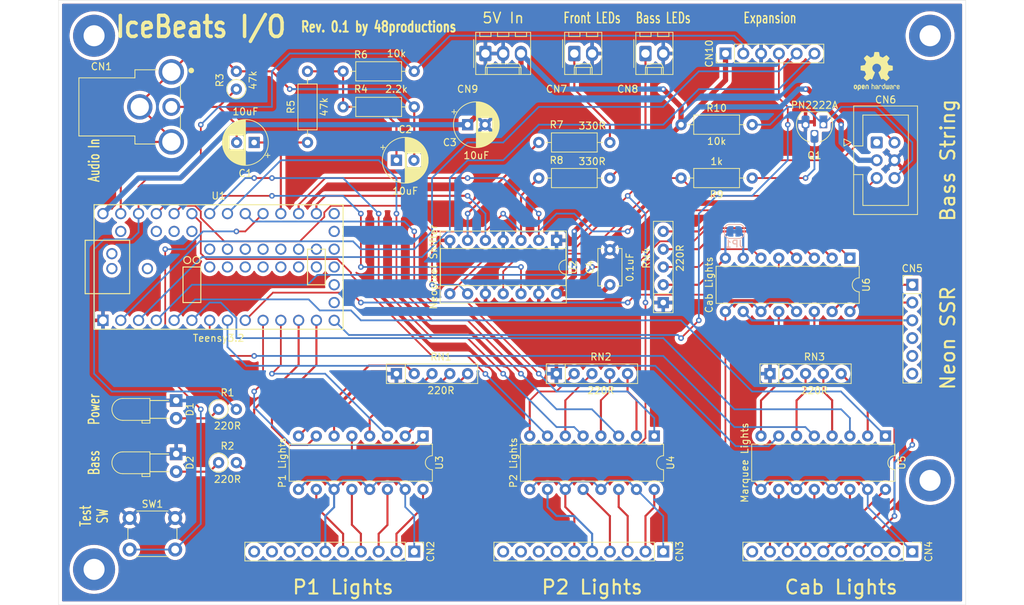
<source format=kicad_pcb>
(kicad_pcb (version 20211014) (generator pcbnew)
  (layers (0 "F.Cu" signal) (31 "B.Cu" signal) (34 "B.Paste" user) (35 "F.Paste" user) (36 "B.SilkS" user "B.Silkscreen") (37 "F.SilkS" user "F.Silkscreen") (38 "B.Mask" user) (39 "F.Mask" user) (44 "Edge.Cuts" user))
  (net 0 "")
  (net 1 "Net-(C1-Pad1)")
  (net 2 "Net-(C1-Pad2)")
  (net 3 "Net-(C2-Pad1)")
  (net 4 "Net-(C2-Pad2)")
  (net 5 "+5V")
  (net 6 "GND")
  (net 7 "Net-(CN2-Pad1)")
  (net 8 "Net-(CN2-Pad2)")
  (net 9 "Net-(CN2-Pad3)")
  (net 10 "Net-(CN2-Pad4)")
  (net 11 "Net-(CN2-Pad5)")
  (net 16 "Net-(CN3-Pad1)")
  (net 17 "Net-(CN3-Pad2)")
  (net 18 "Net-(CN3-Pad3)")
  (net 19 "Net-(CN3-Pad4)")
  (net 20 "Net-(CN3-Pad5)")
  (net 25 "Net-(CN4-Pad1)")
  (net 28 "Net-(CN4-Pad4)")
  (net 29 "Net-(CN4-Pad5)")
  (net 30 "Net-(CN4-Pad6)")
  (net 31 "Net-(CN4-Pad7)")
  (net 32 "Net-(CN4-Pad8)")
  (net 33 "Net-(CN4-Pad9)")
  (net 35 "Net-(CN5-Pad1)")
  (net 36 "Net-(CN5-Pad2)")
  (net 37 "Net-(CN5-Pad3)")
  (net 42 "Net-(CN6-Pad2)")
  (net 43 "Net-(CN6-Pad5)")
  (net 44 "Net-(CN6-Pad6)")
  (net 45 "Net-(CN7-Pad1)")
  (net 46 "Net-(CN8-Pad1)")
  (net 47 "Net-(CN10-Pad2)")
  (net 48 "/Expansion.SER")
  (net 49 "/Expansion.SRCLK")
  (net 50 "/Expansion.RCLK")
  (net 51 "Net-(D1-Pad2)")
  (net 52 "Net-(D2-Pad2)")
  (net 53 "Net-(JP1-Pad1)")
  (net 54 "Net-(JP1-Pad2)")
  (net 55 "Net-(Q1-Pad2)")
  (net 56 "Net-(R7-Pad2)")
  (net 57 "Net-(R8-Pad2)")
  (net 58 "Net-(RN1-Pad2)")
  (net 59 "Net-(RN1-Pad3)")
  (net 60 "Net-(RN1-Pad4)")
  (net 61 "Net-(RN1-Pad5)")
  (net 62 "Net-(RN2-Pad2)")
  (net 63 "Net-(RN2-Pad3)")
  (net 64 "Net-(RN2-Pad4)")
  (net 65 "Net-(RN2-Pad5)")
  (net 66 "Net-(RN3-Pad2)")
  (net 67 "Net-(RN3-Pad3)")
  (net 68 "Net-(RN3-Pad4)")
  (net 69 "Net-(RN3-Pad5)")
  (net 70 "Net-(RN4-Pad3)")
  (net 71 "Net-(RN4-Pad4)")
  (net 72 "Net-(RN4-Pad5)")
  (net 73 "Net-(SW1-Pad2)")
  (net 74 "Net-(U1-Pad21)")
  (net 75 "Net-(U2-Pad2)")
  (net 76 "Net-(U1-Pad29)")
  (net 77 "Net-(U1-Pad30)")
  (net 78 "/P1Lights.P1Up")
  (net 79 "/P1Lights.P1Down")
  (net 80 "/P1Lights.P1Left")
  (net 81 "/P1Lights.P1Right")
  (net 82 "/P2Lights.P2Up")
  (net 83 "/P2Lights.P2Down")
  (net 84 "/P2Lights.P2Left")
  (net 85 "/P2Lights.P2Right")
  (net 86 "/CabLights.MarqueeLR")
  (net 87 "/CabLights.MarqueeUR")
  (net 88 "/CabLights.MarqueeLL")
  (net 89 "/CabLights.MarqueeUL")
  (net 90 "/CabLights.P1Start")
  (net 91 "/CabLights.P2Start")
  (footprint "Symbol:OSHW-Logo2_7.3x6mm_SilkScreen" (layer "F.Cu") (at 203.2 50.8)
    (fp_text reference "REF**" hide)
    (fp_text value "OSHW-Logo2_7.3x6mm_SilkScreen" hide)
  )
  (footprint "Resistor_THT:R_Axial_DIN0207_L6.3mm_D2.5mm_P10.16mm_Horizontal" (layer "F.Cu") (at 165.1 66.04 180)
    (fp_text reference "R8")
    (fp_text value "330R")
  )
  (footprint "Package_TO_SOT_THT:TO-92_HandSolder" (layer "F.Cu") (at 195.58 58.42 180)
    (fp_text reference "Q1")
    (fp_text value "PN2222A")
  )
  (footprint "Capacitor_THT:CP_Radial_D6.3mm_P2.50mm" (layer "F.Cu") (at 134.62 63.5)
    (fp_text reference "C2")
    (fp_text value "10uF")
  )
  (footprint "Connector_PinHeader_2.54mm:PinHeader_1x10_P2.54mm_Vertical" (layer "F.Cu") (at 172.72 119.38 -90)
    (fp_text reference "CN3")
    (fp_text value "P2 Lights")
  )
  (footprint "Resistor_THT:R_Axial_DIN0207_L6.3mm_D2.5mm_P2.54mm_Vertical" (layer "F.Cu") (at 111.76 53.34 90)
    (fp_text reference "R3")
    (fp_text value "47k")
  )
  (footprint "MountingHole:MountingHole_3mm_Pad_TopBottom" (layer "F.Cu") (at 210.82 45.72)
    (fp_text reference "REF**" hide)
    (fp_text value "MountingHole_3mm_Pad_TopBottom")
  )
  (footprint "Capacitor_THT:CP_Radial_D6.3mm_P2.50mm" (layer "F.Cu") (at 114.3 60.96 180)
    (fp_text reference "C1")
    (fp_text value "10uF")
  )
  (footprint "Connector_Molex:Molex_KK-254_AE-6410-03A_1x03_P2.54mm_Vertical" (layer "F.Cu") (at 147.32 48.26)
    (fp_text reference "CN9")
    (fp_text value "5V In")
  )
  (footprint "LED_THT:LED_D3.0mm_Horizontal_O3.81mm_Z2.0mm" (layer "F.Cu") (at 103.16 97.81 -90)
    (fp_text reference "D1")
    (fp_text value "Power")
  )
  (footprint "Package_DIP:DIP-16_W7.62mm" (layer "F.Cu") (at 199.375 77.48 -90)
    (fp_text reference "U6")
    (fp_text value "Cab Lights")
  )
  (footprint "Package_DIP:DIP-16_W7.62mm" (layer "F.Cu") (at 171.435 102.88 -90)
    (fp_text reference "U4")
    (fp_text value "P2 Lights")
  )
  (footprint "Package_DIP:DIP-14_W7.62mm_Socket" (layer "F.Cu") (at 157.485 74.94 -90)
    (fp_text reference "U2")
    (fp_text value "Neopixel Shifter")
  )
  (footprint "Connector_PinHeader_2.54mm:PinHeader_1x10_P2.54mm_Vertical" (layer "F.Cu") (at 208.28 119.38 -90)
    (fp_text reference "CN4")
    (fp_text value "Cab Lights")
  )
  (footprint "Connector_PinHeader_2.54mm:PinHeader_1x06_P2.54mm_Vertical" (layer "F.Cu") (at 181.61 48.26 90)
    (fp_text reference "CN10")
    (fp_text value "Expansion")
  )
  (footprint "Resistor_THT:R_Axial_DIN0207_L6.3mm_D2.5mm_P10.16mm_Horizontal" (layer "F.Cu") (at 127 55.88)
    (fp_text reference "R4")
    (fp_text value "2.2k")
  )
  (footprint "Resistor_THT:R_Axial_DIN0207_L6.3mm_D2.5mm_P2.54mm_Vertical" (layer "F.Cu") (at 109.22 99.06)
    (fp_text reference "R1")
    (fp_text value "220R")
  )
  (footprint "MountingHole:MountingHole_3mm_Pad_TopBottom" (layer "F.Cu") (at 91.44 121.92)
    (fp_text reference "REF**" hide)
    (fp_text value "MountingHole_3mm_Pad_TopBottom")
  )
  (footprint "Connector_Molex:Molex_KK-254_AE-6410-02A_1x02_P2.54mm_Vertical" (layer "F.Cu") (at 170.18 48.26)
    (fp_text reference "CN8")
    (fp_text value "Neo-Bass")
  )
  (footprint "MountingHole:MountingHole_3mm_Pad_TopBottom" (layer "F.Cu") (at 210.82 109.22)
    (fp_text reference "REF**" hide)
    (fp_text value "MountingHole_3mm_Pad_TopBottom")
  )
  (footprint "Resistor_THT:R_Axial_DIN0207_L6.3mm_D2.5mm_P10.16mm_Horizontal" (layer "F.Cu") (at 165.1 60.96 180)
    (fp_text reference "R7")
    (fp_text value "330R")
  )
  (footprint "Resistor_THT:R_Axial_DIN0207_L6.3mm_D2.5mm_P10.16mm_Horizontal" (layer "F.Cu") (at 127 50.8)
    (fp_text reference "R6")
    (fp_text value "10k")
  )
  (footprint "Resistor_THT:R_Array_SIP5" (layer "F.Cu") (at 172.72 83.82 90)
    (fp_text reference "RN4")
    (fp_text value "220R")
  )
  (footprint "Connector_IDC:IDC-Header_2x03_P2.54mm_Vertical" (layer "F.Cu") (at 203.2 60.96)
    (fp_text reference "CN6")
    (fp_text value "Bass String Out")
  )
  (footprint "MountingHole:MountingHole_3mm_Pad_TopBottom" (layer "F.Cu") (at 91.44 45.72)
    (fp_text reference "REF**" hide)
    (fp_text value "MountingHole_3mm_Pad_TopBottom")
  )
  (footprint "Resistor_THT:R_Array_SIP5" (layer "F.Cu") (at 157.46 93.98)
    (fp_text reference "RN2")
    (fp_text value "220R")
  )
  (footprint "Capacitor_THT:CP_Radial_D6.3mm_P2.50mm" (layer "F.Cu") (at 144.78 58.42)
    (fp_text reference "C3")
    (fp_text value "10uF")
  )
  (footprint "Button_Switch_THT:SW_PUSH_6mm_H5mm" (layer "F.Cu") (at 96.52 114.59)
    (fp_text reference "SW1")
    (fp_text value "Test Switch")
  )
  (footprint "Capacitor_THT:C_Disc_D5.1mm_W3.2mm_P5.00mm" (layer "F.Cu") (at 165.1 81.28 90)
    (fp_text reference "C4")
    (fp_text value "0.1uF")
  )
  (footprint "Package_DIP:DIP-16_W7.62mm" (layer "F.Cu") (at 204.455 102.88 -90)
    (fp_text reference "U5")
    (fp_text value "Marquee Lights")
  )
  (footprint "Connector_PinHeader_2.54mm:PinHeader_1x10_P2.54mm_Vertical" (layer "F.Cu") (at 137.16 119.38 -90)
    (fp_text reference "CN2")
    (fp_text value "P1 Lights")
  )
  (footprint "Resistor_THT:R_Axial_DIN0207_L6.3mm_D2.5mm_P10.16mm_Horizontal" (layer "F.Cu") (at 175.26 58.42)
    (fp_text reference "R10")
    (fp_text value "10k")
  )
  (footprint "Resistor_THT:R_Axial_DIN0207_L6.3mm_D2.5mm_P10.16mm_Horizontal" (layer "F.Cu") (at 121.92 60.96 90)
    (fp_text reference "R5")
    (fp_text value "47k")
  )
  (footprint "Connector_PinHeader_2.54mm:PinHeader_1x06_P2.54mm_Vertical" (layer "F.Cu") (at 208.28 81.28)
    (fp_text reference "CN5")
    (fp_text value "Neon")
  )
  (footprint "LED_THT:LED_D3.0mm_Horizontal_O3.81mm_Z2.0mm" (layer "F.Cu") (at 103.16 105.43 -90)
    (fp_text reference "D2")
    (fp_text value "Bass")
  )
  (footprint "Resistor_THT:R_Array_SIP5" (layer "F.Cu") (at 134.62 93.98)
    (fp_text reference "RN1")
    (fp_text value "220R")
  )
  (footprint "RCJ-013:CUI_RCJ-013" (layer "F.Cu") (at 96.52 55.88)
    (fp_text reference "CN1")
    (fp_text value "Audio In")
  )
  (footprint "Resistor_THT:R_Axial_DIN0207_L6.3mm_D2.5mm_P2.54mm_Vertical" (layer "F.Cu") (at 109.22 106.68)
    (fp_text reference "R2")
    (fp_text value "220R")
  )
  (footprint "Package_DIP:DIP-16_W7.62mm" (layer "F.Cu") (at 138.415 102.88 -90)
    (fp_text reference "U3")
    (fp_text value "P1 Lights")
  )
  (footprint "Connector_Molex:Molex_KK-254_AE-6410-02A_1x02_P2.54mm_Vertical" (layer "F.Cu") (at 160.02 48.26)
    (fp_text reference "CN7")
    (fp_text value "Neo-Front")
  )
  (footprint "Resistor_THT:R_Array_SIP5" (layer "F.Cu") (at 187.96 93.98)
    (fp_text reference "RN3")
    (fp_text value "220R")
  )
  (footprint "teensy:Teensy30_31_32_All_Pins" (layer "F.Cu") (at 109.22 78.74)
    (fp_text reference "U1")
    (fp_text value "Teensy3.2")
  )
  (footprint "Resistor_THT:R_Axial_DIN0207_L6.3mm_D2.5mm_P10.16mm_Horizontal" (layer "F.Cu") (at 185.42 66.04 180)
    (fp_text reference "R9")
    (fp_text value "1k")
  )
  (footprint "Jumper:SolderJumper-2_P1.3mm_Bridged_RoundedPad1.0x1.5mm" (layer "B.Cu") (at 182.88 73.66)
    (fp_text reference "JP1")
    (fp_text value "CL4 En")
  )
  (gr_rect (start 86.36 40.64) (end 215.9 127) (layer "Edge.Cuts") (width 0.05) (fill none))
  (gr_text "P2 Lights" (at 162.56 124.46) (layer "F.SilkS") (effects (font (size 2 2) (thickness 0.3))))
  (gr_text "Rev. 0.1 by 48productions" (at 132.08 44.45) (layer "F.SilkS") (effects (font (size 1.5 1.1) (thickness 0.275))))
  (gr_text "Front LEDs" (at 162.56 43.18) (layer "F.SilkS") (effects (font (size 1.5 1) (thickness 0.2))))
  (gr_text "Test\nSW" (at 91.44 114.3 90) (layer "F.SilkS") (effects (font (size 1.5 1) (thickness 0.2))))
  (gr_text "Expansion" (at 187.96 43.18) (layer "F.SilkS") (effects (font (size 1.5 1) (thickness 0.2))))
  (gr_text "Bass String" (at 213.36 63.5 90) (layer "F.SilkS") (effects (font (size 2 2) (thickness 0.3))))
  (gr_text "Bass LEDs" (at 172.72 43.18) (layer "F.SilkS") (effects (font (size 1.5 1) (thickness 0.2))))
  (gr_text "Bass" (at 91.44 106.68 90) (layer "F.SilkS") (effects (font (size 1.5 1) (thickness 0.2))))
  (gr_text "Neon SSR" (at 213.36 88.9 90) (layer "F.SilkS") (effects (font (size 2 2) (thickness 0.3))))
  (gr_text "P1 Lights" (at 127 124.46) (layer "F.SilkS") (effects (font (size 2 2) (thickness 0.3))))
  (gr_text "Audio In" (at 91.44 63.5 90) (layer "F.SilkS") (effects (font (size 1.5 1) (thickness 0.2))))
  (gr_text "Cab Lights" (at 198.12 124.46) (layer "F.SilkS") (effects (font (size 2 2) (thickness 0.3))))
  (gr_text "Power" (at 91.44 99.06 90) (layer "F.SilkS") (effects (font (size 1.5 1) (thickness 0.2))))
  (gr_text "5V In" (at 149.86 43.18) (layer "F.SilkS") (effects (font (size 1.5 1.5) (thickness 0.2))))
  (gr_text "IceBeats I/O" (at 106.68 44.45) (layer "F.SilkS") (effects (font (size 3 2.5) (thickness 0.5))))
  (segment (start 116.84 60.96) (end 114.3 60.96) (width 0.3) (layer "F.Cu") (net 1))
  (segment (start 118.11 62.23) (end 116.84 60.96) (width 0.3) (layer "F.Cu") (net 1))
  (segment (start 118.11 71.12) (end 118.11 62.23) (width 0.3) (layer "F.Cu") (net 1))
  (segment (start 121.92 60.96) (end 119.38 60.96) (width 0.3) (layer "F.Cu") (net 1))
  (segment (start 119.38 60.96) (end 118.11 62.23) (width 0.3) (layer "F.Cu") (net 1))
  (segment (start 102.47 55.88) (end 109.22 55.88) (width 0.3) (layer "F.Cu") (net 2))
  (segment (start 111.8 58.46) (end 109.22 55.88) (width 0.3) (layer "F.Cu") (net 2))
  (segment (start 111.8 60.96) (end 111.8 58.46) (width 0.3) (layer "F.Cu") (net 2))
  (segment (start 109.22 55.88) (end 111.76 53.34) (width 0.3) (layer "F.Cu") (net 2))
  (segment (start 127 55.88) (end 127 50.8) (width 0.3) (layer "F.Cu") (net 3))
  (segment (start 127 55.88) (end 132.08 55.88) (width 0.3) (layer "F.Cu") (net 3))
  (segment (start 127 50.8) (end 121.92 50.8) (width 0.3) (layer "F.Cu") (net 3))
  (segment (start 132.08 55.88) (end 134.62 58.42) (width 0.3) (layer "F.Cu") (net 3))
  (segment (start 134.62 58.42) (end 134.62 63.5) (width 0.3) (layer "F.Cu") (net 3))
  (segment (start 137.16 63.46) (end 137.12 63.5) (width 0.3) (layer "F.Cu") (net 4))
  (segment (start 116.84 50.8) (end 111.76 50.8) (width 0.3) (layer "F.Cu") (net 4))
  (segment (start 102.47 60.88) (end 99.14 60.88) (width 0.3) (layer "F.Cu") (net 4))
  (segment (start 102.47 50.88) (end 97.97 55.38) (width 0.3) (layer "F.Cu") (net 4))
  (segment (start 111.76 50.8) (end 109.22 48.26) (width 0.3) (layer "F.Cu") (net 4))
  (segment (start 95.25 64.77) (end 95.25 71.12) (width 0.3) (layer "F.Cu") (net 4))
  (segment (start 119.38 53.34) (end 116.84 50.8) (width 0.3) (layer "F.Cu") (net 4))
  (segment (start 99.14 60.88) (end 95.25 64.77) (width 0.3) (layer "F.Cu") (net 4))
  (segment (start 97.97 55.88) (end 102.47 60.38) (width 0.3) (layer "F.Cu") (net 4))
  (segment (start 105.09 48.26) (end 102.47 50.88) (width 0.3) (layer "F.Cu") (net 4))
  (segment (start 109.22 48.26) (end 105.09 48.26) (width 0.3) (layer "F.Cu") (net 4))
  (segment (start 137.16 55.88) (end 137.16 63.46) (width 0.3) (layer "F.Cu") (net 4))
  (segment (start 102.47 60.38) (end 102.47 60.88) (width 0.3) (layer "F.Cu") (net 4))
  (segment (start 97.97 55.38) (end 97.97 55.88) (width 0.3) (layer "F.Cu") (net 4))
  (via (at 119.38 53.34) (size 0.8) (drill 0.4) (layers "F.Cu" "B.Cu") (net 4))
  (segment (start 134.62 53.34) (end 119.38 53.34) (width 0.3) (layer "B.Cu") (net 4))
  (segment (start 137.16 55.88) (end 134.62 53.34) (width 0.3) (layer "B.Cu") (net 4))
  (segment (start 163.82 82.56) (end 165.1 81.28) (width 0.75) (layer "F.Cu") (net 5))
  (segment (start 160.02 78.74) (end 160.02 80.025) (width 0.75) (layer "F.Cu") (net 5))
  (segment (start 175.26 58.42) (end 162.56 71.12) (width 0.75) (layer "F.Cu") (net 5))
  (segment (start 181.61 52.07) (end 175.26 58.42) (width 0.75) (layer "F.Cu") (net 5))
  (segment (start 175.26 55.88) (end 172.72 53.34) (width 0.75) (layer "F.Cu") (net 5))
  (segment (start 160.02 80.025) (end 157.485 82.56) (width 0.75) (layer "F.Cu") (net 5))
  (segment (start 157.485 82.56) (end 163.82 82.56) (width 0.75) (layer "F.Cu") (net 5))
  (segment (start 152.4 50.8) (end 144.78 58.42) (width 0.75) (layer "F.Cu") (net 5))
  (segment (start 181.61 48.26) (end 181.61 52.07) (width 0.75) (layer "F.Cu") (net 5))
  (segment (start 198.12 58.42) (end 198.12 58.075002) (width 0.75) (layer "F.Cu") (net 5))
  (segment (start 193.384998 53.34) (end 193.04 53.34) (width 0.75) (layer "F.Cu") (net 5))
  (segment (start 162.56 71.12) (end 160.02 73.66) (width 0.75) (layer "F.Cu") (net 5))
  (segment (start 198.12 58.075002) (end 193.384998 53.34) (width 0.75) (layer "F.Cu") (net 5))
  (segment (start 152.4 48.26) (end 152.4 50.8) (width 0.75) (layer "F.Cu") (net 5))
  (segment (start 175.26 58.42) (end 175.26 55.88) (width 0.75) (layer "F.Cu") (net 5))
  (via (at 198.12 58.42) (size 0.8) (drill 0.4) (layers "F.Cu" "B.Cu") (net 5))
  (via (at 193.04 53.34) (size 0.8) (drill 0.4) (layers "F.Cu" "B.Cu") (net 5))
  (via (at 160.02 73.66) (size 0.8) (drill 0.4) (layers "F.Cu" "B.Cu") (net 5))
  (via (at 172.72 53.34) (size 0.8) (drill 0.4) (layers "F.Cu" "B.Cu") (net 5))
  (via (at 160.02 78.74) (size 0.8) (drill 0.4) (layers "F.Cu" "B.Cu") (net 5))
  (segment (start 203.2 63.5) (end 200.66 63.5) (width 0.75) (layer "B.Cu") (net 5))
  (segment (start 157.48 53.34) (end 172.72 53.34) (width 0.75) (layer "B.Cu") (net 5))
  (segment (start 111.384292 58.42) (end 144.78 58.42) (width 0.75) (layer "B.Cu") (net 5))
  (segment (start 193.04 53.34) (end 192.05005 53.34) (width 0.75) (layer "B.Cu") (net 5))
  (segment (start 189.51005 55.88) (end 177.8 55.88) (width 0.75) (layer "B.Cu") (net 5))
  (segment (start 177.8 55.88) (end 175.26 58.42) (width 0.75) (layer "B.Cu") (net 5))
  (segment (start 97.79 66.04) (end 103.764292 66.04) (width 0.75) (layer "B.Cu") (net 5))
  (segment (start 198.12 60.96) (end 198.12 58.42) (width 0.75) (layer "B.Cu") (net 5))
  (segment (start 92.71 71.12) (end 97.79 66.04) (width 0.75) (layer "B.Cu") (net 5))
  (segment (start 160.02 73.66) (end 160.02 78.74) (width 0.75) (layer "B.Cu") (net 5))
  (segment (start 200.66 63.5) (end 198.12 60.96) (width 0.75) (layer "B.Cu") (net 5))
  (segment (start 192.05005 53.34) (end 189.51005 55.88) (width 0.75) (layer "B.Cu") (net 5))
  (segment (start 152.4 48.26) (end 157.48 53.34) (width 0.75) (layer "B.Cu") (net 5))
  (segment (start 103.764292 66.04) (end 111.384292 58.42) (width 0.75) (layer "B.Cu") (net 5))
  (segment (start 135.875 113.015) (end 135.875 110.5) (width 0.25) (layer "B.Cu") (net 7))
  (segment (start 131.92 109.375) (end 130.795 110.5) (width 0.25) (layer "B.Cu") (net 7))
  (segment (start 125.715 110.5) (end 124.435 109.22) (width 0.3) (layer "B.Cu") (net 7))
  (segment (start 137.16 114.3) (end 135.875 113.015) (width 0.25) (layer "B.Cu") (net 7))
  (segment (start 125.715 113.045) (end 124.46 114.3) (width 0.3) (layer "B.Cu") (net 7))
  (segment (start 121.915 109.22) (end 120.635 110.5) (width 0.3) (layer "B.Cu") (net 7))
  (segment (start 135.875 110.5) (end 134.75 109.375) (width 0.25) (layer "B.Cu") (net 7))
  (segment (start 134.75 109.375) (end 131.92 109.375) (width 0.25) (layer "B.Cu") (net 7))
  (segment (start 124.435 109.22) (end 121.915 109.22) (width 0.3) (layer "B.Cu") (net 7))
  (segment (start 126.995 109.22) (end 129.515 109.22) (width 0.3) (layer "B.Cu") (net 7))
  (segment (start 137.16 119.38) (end 137.16 114.3) (width 0.25) (layer "B.Cu") (net 7))
  (segment (start 124.46 114.3) (end 124.46 119.38) (width 0.3) (layer "B.Cu") (net 7))
  (segment (start 129.515 109.22) (end 130.795 110.5) (width 0.3) (layer "B.Cu") (net 7))
  (segment (start 125.715 110.5) (end 126.995 109.22) (width 0.3) (layer "B.Cu") (net 7))
  (segment (start 125.715 110.5) (end 125.715 113.045) (width 0.3) (layer "B.Cu") (net 7))
  (segment (start 138.415 110.5) (end 138.415 113.045) (width 0.3) (layer "F.Cu") (net 8))
  (segment (start 134.62 116.84) (end 134.62 119.38) (width 0.3) (layer "F.Cu") (net 8))
  (segment (start 138.415 113.045) (end 134.62 116.84) (width 0.3) (layer "F.Cu") (net 8))
  (segment (start 132.08 116.84) (end 132.08 119.38) (width 0.3) (layer "F.Cu") (net 9))
  (segment (start 133.335 115.585) (end 132.08 116.84) (width 0.3) (layer "F.Cu") (net 9))
  (segment (start 133.335 110.5) (end 133.335 115.585) (width 0.3) (layer "F.Cu") (net 9))
  (segment (start 128.255 110.5) (end 128.255 115.555) (width 0.3) (layer "F.Cu") (net 10))
  (segment (start 129.54 116.84) (end 129.54 119.38) (width 0.3) (layer "F.Cu") (net 10))
  (segment (start 128.255 115.555) (end 129.54 116.84) (width 0.3) (layer "F.Cu") (net 10))
  (segment (start 127 116.84) (end 123.175 113.015) (width 0.3) (layer "F.Cu") (net 11))
  (segment (start 127 119.38) (end 127 116.84) (width 0.3) (layer "F.Cu") (net 11))
  (segment (start 123.175 113.015) (end 123.175 110.5) (width 0.3) (layer "F.Cu") (net 11))
  (segment (start 160.02 119.38) (end 160.02 114.3) (width 0.3) (layer "F.Cu") (net 16))
  (segment (start 160.02 114.3) (end 158.735 113.015) (width 0.3) (layer "F.Cu") (net 16))
  (segment (start 158.735 113.015) (end 158.735 110.5) (width 0.3) (layer "F.Cu") (net 16))
  (segment (start 163.815 110.5) (end 165.095 109.22) (width 0.25) (layer "B.Cu") (net 16))
  (segment (start 167.615 109.22) (end 168.895 110.5) (width 0.25) (layer "B.Cu") (net 16))
  (segment (start 163.815 110.5) (end 162.69 109.375) (width 0.25) (layer "B.Cu") (net 16))
  (segment (start 154.78 109.375) (end 153.655 110.5) (width 0.25) (layer "B.Cu") (net 16))
  (segment (start 165.095 109.22) (end 167.615 109.22) (width 0.25) (layer "B.Cu") (net 16))
  (segment (start 172.72 114.325) (end 168.895 110.5) (width 0.25) (layer "B.Cu") (net 16))
  (segment (start 172.72 119.38) (end 172.72 114.325) (width 0.25) (layer "B.Cu") (net 16))
  (segment (start 159.86 109.375) (end 158.735 110.5) (width 0.25) (layer "B.Cu") (net 16))
  (segment (start 157.61 109.375) (end 154.78 109.375) (width 0.25) (layer "B.Cu") (net 16))
  (segment (start 158.735 110.5) (end 157.61 109.375) (width 0.25) (layer "B.Cu") (net 16))
  (segment (start 162.69 109.375) (end 159.86 109.375) (width 0.25) (layer "B.Cu") (net 16))
  (segment (start 171.435 113.045) (end 170.18 114.3) (width 0.3) (layer "F.Cu") (net 17))
  (segment (start 170.18 114.3) (end 170.18 119.38) (width 0.3) (layer "F.Cu") (net 17))
  (segment (start 171.435 110.5) (end 171.435 113.045) (width 0.3) (layer "F.Cu") (net 17))
  (segment (start 167.64 114.3) (end 166.355 113.015) (width 0.3) (layer "F.Cu") (net 18))
  (segment (start 166.355 113.015) (end 166.355 110.5) (width 0.3) (layer "F.Cu") (net 18))
  (segment (start 167.64 119.38) (end 167.64 114.3) (width 0.3) (layer "F.Cu") (net 18))
  (segment (start 165.1 119.38) (end 165.1 114.3) (width 0.3) (layer "F.Cu") (net 19))
  (segment (start 165.1 114.3) (end 165.075 114.3) (width 0.3) (layer "F.Cu") (net 19))
  (segment (start 165.075 114.3) (end 161.275 110.5) (width 0.3) (layer "F.Cu") (net 19))
  (segment (start 157.48 114.3) (end 160.02 114.3) (width 0.3) (layer "B.Cu") (net 20))
  (segment (start 156.195 110.5) (end 156.195 113.015) (width 0.3) (layer "B.Cu") (net 20))
  (segment (start 162.56 116.84) (end 162.56 119.38) (width 0.3) (layer "B.Cu") (net 20))
  (segment (start 156.195 113.015) (end 157.48 114.3) (width 0.3) (layer "B.Cu") (net 20))
  (segment (start 160.02 114.3) (end 162.56 116.84) (width 0.3) (layer "B.Cu") (net 20))
  (segment (start 181.595 105.42) (end 186.675 110.5) (width 0.25) (layer "F.Cu") (net 25))
  (segment (start 181.595 85.1) (end 181.595 105.42) (width 0.25) (layer "F.Cu") (net 25))
  (segment (start 190.475 109.22) (end 191.755 110.5) (width 0.25) (layer "B.Cu") (net 25))
  (segment (start 190.475 83.82) (end 191.755 85.1) (width 0.25) (layer "B.Cu") (net 25))
  (segment (start 182.875 83.82) (end 185.395 83.82) (width 0.25) (layer "B.Cu") (net 25))
  (segment (start 186.675 85.1) (end 187.955 83.82) (width 0.25) (layer "B.Cu") (net 25))
  (segment (start 185.395 83.82) (end 186.675 85.1) (width 0.25) (layer "B.Cu") (net 25))
  (segment (start 201.915 113.015) (end 201.915 110.5) (width 0.25) (layer "B.Cu") (net 25))
  (segment (start 181.595 85.1) (end 182.875 83.82) (width 0.25) (layer "B.Cu") (net 25))
  (segment (start 187.955 83.82) (end 190.475 83.82) (width 0.25) (layer "B.Cu") (net 25))
  (segment (start 191.755 110.5) (end 193.035 109.22) (width 0.25) (layer "B.Cu") (net 25))
  (segment (start 196.835 110.5) (end 198.115 109.22) (width 0.25) (layer "B.Cu") (net 25))
  (segment (start 195.555 109.22) (end 196.835 110.5) (width 0.25) (layer "B.Cu") (net 25))
  (segment (start 186.675 110.5) (end 187.955 109.22) (width 0.25) (layer "B.Cu") (net 25))
  (segment (start 187.955 109.22) (end 190.475 109.22) (width 0.25) (layer "B.Cu") (net 25))
  (segment (start 208.28 119.38) (end 201.915 113.015) (width 0.25) (layer "B.Cu") (net 25))
  (segment (start 200.635 109.22) (end 201.915 110.5) (width 0.25) (layer "B.Cu") (net 25))
  (segment (start 193.035 109.22) (end 195.555 109.22) (width 0.25) (layer "B.Cu") (net 25))
  (segment (start 198.115 109.22) (end 200.635 109.22) (width 0.25) (layer "B.Cu") (net 25))
  (segment (start 198.12 88.9) (end 195.58 88.9) (width 0.3) (layer "F.Cu") (net 28))
  (segment (start 208.28 104.14) (end 208.28 99.06) (width 0.3) (layer "F.Cu") (net 28))
  (segment (start 200.66 119.38) (end 205.74 114.3) (width 0.3) (layer "F.Cu") (net 28))
  (segment (start 194.295 87.615) (end 194.295 85.1) (width 0.3) (layer "F.Cu") (net 28))
  (segment (start 195.58 88.9) (end 194.295 87.615) (width 0.3) (layer "F.Cu") (net 28))
  (segment (start 208.28 99.06) (end 198.12 88.9) (width 0.3) (layer "F.Cu") (net 28))
  (via (at 205.74 114.3) (size 0.8) (drill 0.4) (layers "F.Cu" "B.Cu") (net 28))
  (via (at 208.28 104.14) (size 0.8) (drill 0.4) (layers "F.Cu" "B.Cu") (net 28))
  (segment (start 205.74 106.68) (end 208.28 104.14) (width 0.3) (layer "B.Cu") (net 28))
  (segment (start 205.74 114.3) (end 205.74 111.76) (width 0.3) (layer "B.Cu") (net 28))
  (segment (start 205.74 111.76) (end 205.74 106.68) (width 0.3) (layer "B.Cu") (net 28))
  (segment (start 198.12 119.38) (end 205.74 111.76) (width 0.3) (layer "F.Cu") (net 29))
  (segment (start 190.5 91.44) (end 189.215 90.155) (width 0.3) (layer "F.Cu") (net 29))
  (segment (start 205.74 111.76) (end 205.74 99.06) (width 0.3) (layer "F.Cu") (net 29))
  (segment (start 198.12 91.44) (end 190.5 91.44) (width 0.3) (layer "F.Cu") (net 29))
  (segment (start 205.74 99.06) (end 198.12 91.44) (width 0.3) (layer "F.Cu") (net 29))
  (segment (start 189.215 90.155) (end 189.215 85.1) (width 0.3) (layer "F.Cu") (net 29))
  (segment (start 195.58 119.375) (end 195.58 119.38) (width 0.3) (layer "F.Cu") (net 30))
  (segment (start 204.455 110.5) (end 195.58 119.375) (width 0.3) (layer "F.Cu") (net 30))
  (segment (start 199.375 113.045) (end 198.12 114.3) (width 0.3) (layer "F.Cu") (net 31))
  (segment (start 193.04 116.84) (end 193.04 119.38) (width 0.3) (layer "F.Cu") (net 31))
  (segment (start 199.375 110.5) (end 199.375 113.045) (width 0.3) (layer "F.Cu") (net 31))
  (segment (start 195.58 114.3) (end 193.04 116.84) (width 0.3) (layer "F.Cu") (net 31))
  (segment (start 198.12 114.3) (end 195.58 114.3) (width 0.3) (layer "F.Cu") (net 31))
  (segment (start 194.295 110.5) (end 194.295 113.045) (width 0.3) (layer "F.Cu") (net 32))
  (segment (start 194.295 113.045) (end 190.5 116.84) (width 0.3) (layer "F.Cu") (net 32))
  (segment (start 190.5 116.84) (end 190.5 119.38) (width 0.3) (layer "F.Cu") (net 32))
  (segment (start 187.96 114.3) (end 187.96 119.38) (width 0.3) (layer "F.Cu") (net 33))
  (segment (start 189.215 110.5) (end 189.215 113.045) (width 0.3) (layer "F.Cu") (net 33))
  (segment (start 189.215 113.045) (end 187.96 114.3) (width 0.3) (layer "F.Cu") (net 33))
  (segment (start 200.655 81.28) (end 196.835 85.1) (width 0.3) (layer "F.Cu") (net 35))
  (segment (start 208.28 81.28) (end 200.655 81.28) (width 0.3) (layer "F.Cu") (net 35))
  (segment (start 200.655 83.82) (end 199.375 85.1) (width 0.3) (layer "F.Cu") (net 36))
  (segment (start 208.28 83.82) (end 200.655 83.82) (width 0.3) (layer "F.Cu") (net 36))
  (segment (start 185.395 86.36) (end 184.135 85.1) (width 0.3) (layer "B.Cu") (net 37))
  (segment (start 208.28 86.36) (end 185.395 86.36) (width 0.3) (layer "B.Cu") (net 37))
  (segment (start 148.411399 76.393601) (end 142.245 82.56) (width 0.25) (layer "F.Cu") (net 42))
  (segment (start 204.103557 59.323557) (end 202.304999 59.323557) (width 0.25) (layer "F.Cu") (net 42))
  (segment (start 112.559999 107.479999) (end 111.76 106.68) (width 0.25) (layer "F.Cu") (net 42))
  (segment (start 159.826399 76.393601) (end 148.411399 76.393601) (width 0.25) (layer "F.Cu") (net 42))
  (segment (start 200.66 60.968556) (end 200.66 60.96) (width 0.25) (layer "F.Cu") (net 42))
  (segment (start 167.64 68.58) (end 159.826399 76.393601) (width 0.25) (layer "F.Cu") (net 42))
  (segment (start 165.885992 107.479999) (end 112.559999 107.479999) (width 0.25) (layer "F.Cu") (net 42))
  (segment (start 202.304999 59.323557) (end 200.66 60.968556) (width 0.25) (layer "F.Cu") (net 42))
  (segment (start 170.18 83.82) (end 170.18 103.185991) (width 0.25) (layer "F.Cu") (net 42))
  (segment (start 200.66 60.96) (end 198.12 63.5) (width 0.25) (layer "F.Cu") (net 42))
  (segment (start 172.72 63.5) (end 167.64 68.58) (width 0.25) (layer "F.Cu") (net 42))
  (segment (start 198.12 63.5) (end 172.72 63.5) (width 0.25) (layer "F.Cu") (net 42))
  (segment (start 205.74 60.96) (end 204.103557 59.323557) (width 0.25) (layer "F.Cu") (net 42))
  (segment (start 170.18 103.185991) (end 165.885992 107.479999) (width 0.25) (layer "F.Cu") (net 42))
  (via (at 170.18 83.82) (size 0.8) (drill 0.4) (layers "F.Cu" "B.Cu") (net 42))
  (via (at 167.64 68.58) (size 0.8) (drill 0.4) (layers "F.Cu" "B.Cu") (net 42))
  (segment (start 167.64 68.58) (end 170.18 71.12) (width 0.25) (layer "B.Cu") (net 42))
  (segment (start 170.18 71.12) (end 170.18 83.82) (width 0.25) (layer "B.Cu") (net 42))
  (segment (start 161.916399 76.843601) (end 152.4 76.843601) (width 0.25) (layer "F.Cu") (net 43))
  (segment (start 177.8 68.58) (end 175.26 66.04) (width 0.25) (layer "F.Cu") (net 43))
  (segment (start 200.66 68.58) (end 177.8 68.58) (width 0.25) (layer "F.Cu") (net 43))
  (segment (start 172.72 66.04) (end 161.916399 76.843601) (width 0.25) (layer "F.Cu") (net 43))
  (segment (start 152.4 76.843601) (end 149.865 79.378601) (width 0.25) (layer "F.Cu") (net 43))
  (segment (start 203.2 66.04) (end 200.66 68.58) (width 0.25) (layer "F.Cu") (net 43))
  (segment (start 175.26 66.04) (end 172.72 66.04) (width 0.25) (layer "F.Cu") (net 43))
  (segment (start 149.865 79.378601) (end 149.865 82.56) (width 0.25) (layer "F.Cu") (net 43))
  (segment (start 208.28 63.5) (end 208.28 60.96) (width 0.25) (layer "B.Cu") (net 44))
  (segment (start 193.04 55.88) (end 190.5 55.88) (width 0.25) (layer "B.Cu") (net 44))
  (segment (start 190.5 55.88) (end 187.96 58.42) (width 0.25) (layer "B.Cu") (net 44))
  (segment (start 195.58 58.42) (end 193.04 55.88) (width 0.25) (layer "B.Cu") (net 44))
  (segment (start 205.74 66.04) (end 208.28 63.5) (width 0.25) (layer "B.Cu") (net 44))
  (segment (start 185.42 58.42) (end 187.96 58.42) (width 0.25) (layer "B.Cu") (net 44))
  (segment (start 203.2 55.88) (end 198.12 55.88) (width 0.25) (layer "B.Cu") (net 44))
  (segment (start 198.12 55.88) (end 195.58 58.42) (width 0.25) (layer "B.Cu") (net 44))
  (segment (start 208.28 60.96) (end 203.2 55.88) (width 0.25) (layer "B.Cu") (net 44))
  (segment (start 165.1 58.42) (end 160.02 53.34) (width 0.3) (layer "F.Cu") (net 45))
  (segment (start 160.02 53.34) (end 160.02 48.26) (width 0.3) (layer "F.Cu") (net 45))
  (segment (start 165.1 60.96) (end 165.1 58.42) (width 0.3) (layer "F.Cu") (net 45))
  (segment (start 170.18 60.96) (end 170.18 48.26) (width 0.3) (layer "F.Cu") (net 46))
  (segment (start 165.1 66.04) (end 170.18 60.96) (width 0.3) (layer "F.Cu") (net 46))
  (segment (start 106.68 63.5) (end 104.14 66.04) (width 0.25) (layer "F.Cu") (net 47))
  (segment (start 104.14 66.04) (end 99.06 66.04) (width 0.25) (layer "F.Cu") (net 47))
  (segment (start 99.06 66.04) (end 97.79 67.31) (width 0.25) (layer "F.Cu") (net 47))
  (segment (start 106.68 58.42) (end 106.68 63.5) (width 0.25) (layer "F.Cu") (net 47))
  (segment (start 97.79 67.31) (end 97.79 71.12) (width 0.25) (layer "F.Cu") (net 47))
  (via (at 106.68 58.42) (size 0.8) (drill 0.4) (layers "F.Cu" "B.Cu") (net 47))
  (segment (start 109.22 96.52) (end 93.98 96.52) (width 0.25) (layer "B.Cu") (net 47))
  (segment (start 182.88 45.72) (end 184.15 46.99) (width 0.25) (layer "B.Cu") (net 47))
  (segment (start 111.76 99.06) (end 109.22 96.52) (width 0.25) (layer "B.Cu") (net 47))
  (segment (start 93.98 96.52) (end 91.44 93.98) (width 0.25) (layer "B.Cu") (net 47))
  (segment (start 137.16 50.8) (end 134.62 48.26) (width 0.25) (layer "B.Cu") (net 47))
  (segment (start 116.84 55.88) (end 109.22 55.88) (width 0.25) (layer "B.Cu") (net 47))
  (segment (start 97.79 73.792866) (end 97.79 71.12) (width 0.25) (layer "B.Cu") (net 47))
  (segment (start 119.38 48.26) (end 116.84 50.8) (width 0.25) (layer "B.Cu") (net 47))
  (segment (start 92.855 74.785) (end 96.797866 74.785) (width 0.25) (layer "B.Cu") (net 47))
  (segment (start 91.44 76.2) (end 92.855 74.785) (width 0.25) (layer "B.Cu") (net 47))
  (segment (start 137.16 50.8) (end 142.24 45.72) (width 0.25) (layer "B.Cu") (net 47))
  (segment (start 184.15 46.99) (end 184.15 48.26) (width 0.25) (layer "B.Cu") (net 47))
  (segment (start 116.84 50.8) (end 116.84 55.88) (width 0.25) (layer "B.Cu") (net 47))
  (segment (start 134.62 48.26) (end 119.38 48.26) (width 0.25) (layer "B.Cu") (net 47))
  (segment (start 142.24 45.72) (end 182.88 45.72) (width 0.25) (layer "B.Cu") (net 47))
  (segment (start 91.44 93.98) (end 91.44 76.2) (width 0.25) (layer "B.Cu") (net 47))
  (segment (start 96.797866 74.785) (end 97.79 73.792866) (width 0.25) (layer "B.Cu") (net 47))
  (segment (start 109.22 55.88) (end 106.68 58.42) (width 0.25) (layer "B.Cu") (net 47))
  (segment (start 189.23 54.61) (end 190.5 55.88) (width 0.25) (layer "F.Cu") (net 48))
  (segment (start 189.23 48.26) (end 189.23 54.61) (width 0.25) (layer "F.Cu") (net 48))
  (segment (start 175.26 88.9) (end 177.8 86.36) (width 0.25) (layer "F.Cu") (net 48))
  (segment (start 190.5 55.88) (end 190.5 58.42) (width 0.25) (layer "F.Cu") (net 48))
  (via (at 190.5 58.42) (size 0.8) (drill 0.4) (layers "F.Cu" "B.Cu") (net 48))
  (via (at 175.26 88.9) (size 0.8) (drill 0.4) (layers "F.Cu" "B.Cu") (net 48))
  (via (at 177.8 86.36) (size 0.8) (drill 0.4) (layers "F.Cu" "B.Cu") (net 48))
  (segment (start 177.8 86.36) (end 177.8 71.12) (width 0.25) (layer "B.Cu") (net 48))
  (segment (start 177.8 71.12) (end 180.34 68.58) (width 0.25) (layer "B.Cu") (net 48))
  (segment (start 174.81 88.45) (end 175.26 88.9) (width 0.25) (layer "B.Cu") (net 48))
  (segment (start 125.73 86.36) (end 127.82 88.45) (width 0.25) (layer "B.Cu") (net 48))
  (segment (start 190.5 63.5) (end 190.5 58.42) (width 0.25) (layer "B.Cu") (net 48))
  (segment (start 180.34 68.58) (end 185.42 68.58) (width 0.25) (layer "B.Cu") (net 48))
  (segment (start 127.82 88.45) (end 174.81 88.45) (width 0.25) (layer "B.Cu") (net 48))
  (segment (start 185.42 68.58) (end 187.96 66.04) (width 0.25) (layer "B.Cu") (net 48))
  (segment (start 187.96 66.04) (end 190.5 63.5) (width 0.25) (layer "B.Cu") (net 48))
  (segment (start 177.8 50.8) (end 172.72 55.88) (width 0.25) (layer "B.Cu") (net 49))
  (segment (start 139.7 73.66) (end 137.16 76.2) (width 0.25) (layer "B.Cu") (net 49))
  (segment (start 191.77 48.26) (end 189.23 50.8) (width 0.25) (layer "B.Cu") (net 49))
  (segment (start 144.78 60.96) (end 139.7 66.04) (width 0.25) (layer "B.Cu") (net 49))
  (segment (start 189.23 50.8) (end 177.8 50.8) (width 0.25) (layer "B.Cu") (net 49))
  (segment (start 154.94 55.88) (end 149.86 60.96) (width 0.25) (layer "B.Cu") (net 49))
  (segment (start 128.415 75.075) (end 106.535 75.075) (width 0.25) (layer "B.Cu") (net 49))
  (segment (start 137.16 76.2) (end 129.54 76.2) (width 0.25) (layer "B.Cu") (net 49))
  (segment (start 172.72 55.88) (end 170.18 55.88) (width 0.25) (layer "B.Cu") (net 49))
  (segment (start 149.86 60.96) (end 144.78 60.96) (width 0.25) (layer "B.Cu") (net 49))
  (segment (start 106.535 75.075) (end 95.25 86.36) (width 0.25) (layer "B.Cu") (net 49))
  (segment (start 139.7 66.04) (end 139.7 73.66) (width 0.25) (layer "B.Cu") (net 49))
  (segment (start 129.54 76.2) (end 128.415 75.075) (width 0.25) (layer "B.Cu") (net 49))
  (segment (start 170.18 55.88) (end 154.94 55.88) (width 0.25) (layer "B.Cu") (net 49))
  (segment (start 149.86 63.5) (end 154.94 58.42) (width 0.25) (layer "B.Cu") (net 50))
  (segment (start 194.31 48.26) (end 189.23 53.34) (width 0.25) (layer "B.Cu") (net 50))
  (segment (start 170.18 58.42) (end 154.94 58.42) (width 0.25) (layer "B.Cu") (net 50))
  (segment (start 144.78 63.5) (end 142.24 66.04) (width 0.25) (layer "B.Cu") (net 50))
  (segment (start 149.86 63.5) (end 144.78 63.5) (width 0.25) (layer "B.Cu") (net 50))
  (segment (start 106.825 77.325) (end 97.79 86.36) (width 0.25) (layer "B.Cu") (net 50))
  (segment (start 172.72 58.42) (end 170.18 58.42) (width 0.25) (layer "B.Cu") (net 50))
  (segment (start 141.934009 73.66) (end 138.269009 77.325) (width 0.25) (layer "B.Cu") (net 50))
  (segment (start 142.24 66.04) (end 142.24 73.66) (width 0.25) (layer "B.Cu") (net 50))
  (segment (start 177.8 53.34) (end 172.72 58.42) (width 0.25) (layer "B.Cu") (net 50))
  (segment (start 142.24 73.66) (end 141.934009 73.66) (width 0.25) (layer "B.Cu") (net 50))
  (segment (start 138.269009 77.325) (end 106.825 77.325) (width 0.25) (layer "B.Cu") (net 50))
  (segment (start 189.23 53.34) (end 177.8 53.34) (width 0.25) (layer "B.Cu") (net 50))
  (segment (start 103.16 100.35) (end 107.93 100.35) (width 0.3) (layer "F.Cu") (net 51))
  (segment (start 107.93 100.35) (end 109.22 99.06) (width 0.3) (layer "F.Cu") (net 51))
  (segment (start 107.93 107.97) (end 109.22 106.68) (width 0.3) (layer "F.Cu") (net 52))
  (segment (start 103.16 107.97) (end 107.93 107.97) (width 0.3) (layer "F.Cu") (net 52))
  (segment (start 181.595 77.48) (end 177.795 81.28) (width 0.3) (layer "F.Cu") (net 53))
  (segment (start 177.795 81.28) (end 172.72 81.28) (width 0.3) (layer "F.Cu") (net 53))
  (segment (start 181.595 74.295) (end 181.595 77.48) (width 0.3) (layer "B.Cu") (net 53))
  (segment (start 182.23 73.66) (end 181.595 74.295) (width 0.3) (layer "B.Cu") (net 53))
  (segment (start 183.53 73.66) (end 184.135 74.265) (width 0.3) (layer "B.Cu") (net 54))
  (segment (start 184.135 74.265) (end 184.135 77.48) (width 0.3) (layer "B.Cu") (net 54))
  (segment (start 185.42 66.04) (end 193.04 66.04) (width 0.25) (layer "F.Cu") (net 55))
  (via (at 193.04 66.04) (size 0.8) (drill 0.4) (layers "F.Cu" "B.Cu") (net 55))
  (segment (start 194.31 59.69) (end 194.31 64.77) (width 0.25) (layer "B.Cu") (net 55))
  (segment (start 194.31 64.77) (end 193.04 66.04) (width 0.25) (layer "B.Cu") (net 55))
  (segment (start 144.785 71.115) (end 154.94 60.96) (width 0.3) (layer "F.Cu") (net 56))
  (via (at 144.785 71.115) (size 0.8) (drill 0.4) (layers "F.Cu" "B.Cu") (net 56))
  (segment (start 144.785 71.115) (end 144.785 74.94) (width 0.3) (layer "B.Cu") (net 56))
  (segment (start 154.94 66.04) (end 152.4 68.58) (width 0.3) (layer "F.Cu") (net 57))
  (segment (start 152.4 68.58) (end 152.405 68.585) (width 0.3) (layer "F.Cu") (net 57))
  (segment (start 152.405 68.585) (end 152.405 74.94) (width 0.3) (layer "F.Cu") (net 57))
  (segment (start 130.685 92.83) (end 120.635 102.88) (width 0.3) (layer "F.Cu") (net 58))
  (segment (start 137.16 93.98) (end 136.01 92.83) (width 0.3) (layer "F.Cu") (net 58))
  (segment (start 136.01 92.83) (end 130.685 92.83) (width 0.3) (layer "F.Cu") (net 58))
  (segment (start 139.7 93.98) (end 137.16 96.52) (width 0.3) (layer "F.Cu") (net 59))
  (segment (start 125.715 102.88) (end 125.715 100.345) (width 0.3) (layer "F.Cu") (net 59))
  (segment (start 125.715 100.345) (end 129.54 96.52) (width 0.3) (layer "F.Cu") (net 59))
  (segment (start 137.16 96.52) (end 129.54 96.52) (width 0.3) (layer "F.Cu") (net 59))
  (segment (start 130.795 100.345) (end 130.795 102.88) (width 0.3) (layer "F.Cu") (net 60))
  (segment (start 137.16 99.06) (end 132.08 99.06) (width 0.3) (layer "F.Cu") (net 60))
  (segment (start 132.08 99.06) (end 130.795 100.345) (width 0.3) (layer "F.Cu") (net 60))
  (segment (start 142.24 93.98) (end 137.16 99.06) (width 0.3) (layer "F.Cu") (net 60))
  (segment (start 135.88 102.88) (end 135.875 102.88) (width 0.3) (layer "F.Cu") (net 61))
  (segment (start 144.78 93.98) (end 135.88 102.88) (width 0.3) (layer "F.Cu") (net 61))
  (segment (start 153.655 102.88) (end 153.655 97.805) (width 0.3) (layer "F.Cu") (net 62))
  (segment (start 154.94 96.52) (end 153.655 97.805) (width 0.25) (layer "F.Cu") (net 62))
  (segment (start 157.46 96.52) (end 154.94 96.52) (width 0.25) (layer "F.Cu") (net 62))
  (segment (start 160 93.98) (end 157.46 96.52) (width 0.25) (layer "F.Cu") (net 62))
  (segment (start 162.54 93.98) (end 158.735 97.785) (width 0.25) (layer "F.Cu") (net 63))
  (segment (start 158.735 97.785) (end 158.735 97.805) (width 0.25) (layer "F.Cu") (net 63))
  (segment (start 158.735 102.88) (end 158.735 97.805) (width 0.3) (layer "F.Cu") (net 63))
  (segment (start 165.08 93.98) (end 165.08 96.51) (width 0.25) (layer "F.Cu") (net 64))
  (segment (start 165.08 96.51) (end 163.815 97.775) (width 0.25) (layer "F.Cu") (net 64))
  (segment (start 163.815 102.88) (end 163.815 97.775) (width 0.3) (layer "F.Cu") (net 64))
  (segment (start 168.895 97.775) (end 167.62 96.5) (width 0.3) (layer "F.Cu") (net 65))
  (segment (start 167.62 96.5) (end 167.62 93.98) (width 0.3) (layer "F.Cu") (net 65))
  (segment (start 168.895 102.88) (end 168.895 97.775) (width 0.3) (layer "F.Cu") (net 65))
  (segment (start 186.675 102.88) (end 186.675 97.805) (width 0.3) (layer "F.Cu") (net 66))
  (segment (start 186.675 97.805) (end 190.5 93.98) (width 0.3) (layer "F.Cu") (net 66))
  (segment (start 193.04 96.52) (end 193.04 93.98) (width 0.3) (layer "F.Cu") (net 67))
  (segment (start 191.755 102.88) (end 191.755 97.805) (width 0.3) (layer "F.Cu") (net 67))
  (segment (start 191.755 97.805) (end 193.04 96.52) (width 0.3) (layer "F.Cu") (net 67))
  (segment (start 196.835 97.775) (end 195.58 96.52) (width 0.3) (layer "F.Cu") (net 68))
  (segment (start 196.835 102.88) (end 196.835 97.775) (width 0.3) (layer "F.Cu") (net 68))
  (segment (start 195.58 96.52) (end 195.58 93.98) (width 0.3) (layer "F.Cu") (net 68))
  (segment (start 201.915 97.775) (end 198.12 93.98) (width 0.3) (layer "F.Cu") (net 69))
  (segment (start 201.915 102.88) (end 201.915 97.775) (width 0.3) (layer "F.Cu") (net 69))
  (segment (start 180.34 76.2) (end 177.8 78.74) (width 0.25) (layer "F.Cu") (net 70))
  (segment (start 186.675 77.48) (end 185.395 76.2) (width 0.25) (layer "F.Cu") (net 70))
  (segment (start 177.8 78.74) (end 172.72 78.74) (width 0.25) (layer "F.Cu") (net 70))
  (segment (start 185.395 76.2) (end 180.34 76.2) (width 0.25) (layer "F.Cu") (net 70))
  (segment (start 187.935 73.66) (end 180.34 73.66) (width 0.3) (layer "F.Cu") (net 71))
  (segment (start 180.34 73.66) (end 177.8 76.2) (width 0.3) (layer "F.Cu") (net 71))
  (segment (start 177.8 76.2) (end 172.72 76.2) (width 0.3) (layer "F.Cu") (net 71))
  (segment (start 191.755 77.48) (end 187.935 73.66) (width 0.3) (layer "F.Cu") (net 71))
  (segment (start 180.34 71.12) (end 177.8 73.66) (width 0.3) (layer "F.Cu") (net 72))
  (segment (start 177.8 73.66) (end 172.72 73.66) (width 0.3) (layer "F.Cu") (net 72))
  (segment (start 196.835 77.48) (end 190.475 71.12) (width 0.3) (layer "F.Cu") (net 72))
  (segment (start 190.475 71.12) (end 180.34 71.12) (width 0.3) (layer "F.Cu") (net 72))
  (segment (start 113.03 73.66) (end 111.76 73.66) (width 0.25) (layer "F.Cu") (net 73))
  (segment (start 101.6 93.98) (end 101.6 76.2) (width 0.25) (layer "F.Cu") (net 73))
  (segment (start 106.68 99.06) (end 101.6 93.98) (width 0.25) (layer "F.Cu") (net 73))
  (segment (start 115.57 71.12) (end 113.03 73.66) (width 0.25) (layer "F.Cu") (net 73))
  (via (at 111.76 73.66) (size 0.8) (drill 0.4) (layers "F.Cu" "B.Cu") (net 73))
  (via (at 101.6 76.2) (size 0.8) (drill 0.4) (layers "F.Cu" "B.Cu") (net 73))
  (via (at 106.68 99.06) (size 0.8) (drill 0.4) (layers "F.Cu" "B.Cu") (net 73))
  (segment (start 96.52 119.09) (end 103.02 119.09) (width 0.25) (layer "B.Cu") (net 73))
  (segment (start 104.460991 76.2) (end 101.6 76.2) (width 0.25) (layer "B.Cu") (net 73))
  (segment (start 103.02 119.09) (end 106.68 115.43) (width 0.25) (layer "B.Cu") (net 73))
  (segment (start 106.68 115.43) (end 106.68 99.06) (width 0.25) (layer "B.Cu") (net 73))
  (segment (start 107.000991 73.66) (end 111.76 73.66) (width 0.25) (layer "B.Cu") (net 73))
  (segment (start 107.000991 73.66) (end 104.460991 76.2) (width 0.25) (layer "B.Cu") (net 73))
  (segment (start 123.19 71.12) (end 123.19 69.85) (width 0.3) (layer "F.Cu") (net 74))
  (segment (start 137.16 68.58) (end 144.78 68.58) (width 0.3) (layer "F.Cu") (net 74))
  (segment (start 124.46 68.58) (end 137.16 68.58) (width 0.3) (layer "F.Cu") (net 74))
  (segment (start 123.19 69.85) (end 124.46 68.58) (width 0.3) (layer "F.Cu") (net 74))
  (via (at 144.78 68.58) (size 0.8) (drill 0.4) (layers "F.Cu" "B.Cu") (net 74))
  (segment (start 147.325 71.125) (end 144.78 68.58) (width 0.25) (layer "B.Cu") (net 74))
  (segment (start 147.325 74.94) (end 147.325 71.125) (width 0.25) (layer "B.Cu") (net 74))
  (segment (start 144.78 66.04) (end 124.46 66.04) (width 0.25) (layer "F.Cu") (net 75))
  (segment (start 154.945 74.94) (end 154.945 71.125) (width 0.25) (layer "F.Cu") (net 75))
  (segment (start 124.46 66.04) (end 120.65 69.85) (width 0.25) (layer "F.Cu") (net 75))
  (segment (start 154.945 71.125) (end 154.94 71.12) (width 0.25) (layer "F.Cu") (net 75))
  (segment (start 120.65 69.85) (end 120.65 71.12) (width 0.3) (layer "F.Cu") (net 75))
  (via (at 154.94 71.12) (size 0.8) (drill 0.4) (layers "F.Cu" "B.Cu") (net 75))
  (via (at 144.78 66.04) (size 0.8) (drill 0.4) (layers "F.Cu" "B.Cu") (net 75))
  (segment (start 149.86 66.04) (end 144.78 66.04) (width 0.25) (layer "B.Cu") (net 75))
  (segment (start 154.94 71.12) (end 149.86 66.04) (width 0.25) (layer "B.Cu") (net 75))
  (segment (start 120.825991 75.075) (end 110.024009 75.075) (width 0.25) (layer "F.Cu") (net 76))
  (segment (start 106.68 71.730991) (end 106.68 70.799009) (width 0.25) (layer "F.Cu") (net 76))
  (segment (start 147.32 73.66) (end 139.7 73.66) (width 0.25) (layer "F.Cu") (net 76))
  (segment (start 170.18 71.12) (end 167.64 73.66) (width 0.25) (layer "F.Cu") (net 76))
  (segment (start 139.7 81.28) (end 139.7 73.66) (width 0.25) (layer "F.Cu") (net 76))
  (segment (start 124.315 71.585991) (end 120.825991 75.075) (width 0.25) (layer "F.Cu") (net 76))
  (segment (start 170.655 70.645) (end 170.18 71.12) (width 0.25) (layer "F.Cu") (net 76))
  (segment (start 136.035 69.995) (end 125.264009 69.995) (width 0.25) (layer "F.Cu") (net 76))
  (segment (start 139.7 73.66) (end 136.035 69.995) (width 0.25) (layer "F.Cu") (net 76))
  (segment (start 199.375 77.48) (end 192.54 70.645) (width 0.25) (layer "F.Cu") (net 76))
  (segment (start 124.315 70.944009) (end 124.315 71.585991) (width 0.25) (layer "F.Cu") (net 76))
  (segment (start 103.995 69.995) (end 102.87 71.12) (width 0.25) (layer "F.Cu") (net 76))
  (segment (start 110.024009 75.075) (end 106.68 71.730991) (width 0.25) (layer "F.Cu") (net 76))
  (segment (start 105.875991 69.995) (end 103.995 69.995) (width 0.25) (layer "F.Cu") (net 76))
  (segment (start 125.264009 69.995) (end 124.315 70.944009) (width 0.25) (layer "F.Cu") (net 76))
  (segment (start 106.68 70.799009) (end 105.875991 69.995) (width 0.25) (layer "F.Cu") (net 76))
  (segment (start 192.54 70.645) (end 170.655 70.645) (width 0.25) (layer "F.Cu") (net 76))
  (segment (start 149.86 71.12) (end 147.32 73.66) (width 0.25) (layer "F.Cu") (net 76))
  (via (at 139.7 81.28) (size 0.8) (drill 0.4) (layers "F.Cu" "B.Cu") (net 76))
  (via (at 149.86 71.12) (size 0.8) (drill 0.4) (layers "F.Cu" "B.Cu") (net 76))
  (via (at 167.64 73.66) (size 0.8) (drill 0.4) (layers "F.Cu" "B.Cu") (net 76))
  (segment (start 144.785 82.56) (end 143.505 81.28) (width 0.25) (layer "B.Cu") (net 76))
  (segment (start 160.02 71.12) (end 157.48 71.12) (width 0.25) (layer "B.Cu") (net 76))
  (segment (start 162.56 73.66) (end 160.02 71.12) (width 0.25) (layer "B.Cu") (net 76))
  (segment (start 143.505 81.28) (end 139.7 81.28) (width 0.25) (layer "B.Cu") (net 76))
  (segment (start 152.4 73.66) (end 149.86 71.12) (width 0.25) (layer "B.Cu") (net 76))
  (segment (start 154.94 73.66) (end 152.4 73.66) (width 0.25) (layer "B.Cu") (net 76))
  (segment (start 157.48 71.12) (end 154.94 73.66) (width 0.25) (layer "B.Cu") (net 76))
  (segment (start 167.64 73.66) (end 162.56 73.66) (width 0.25) (layer "B.Cu") (net 76))
  (segment (start 152.405 82.56) (end 152.405 78.745) (width 0.25) (layer "F.Cu") (net 77))
  (segment (start 102.87 68.58) (end 116.84 68.58) (width 0.25) (layer "F.Cu") (net 77))
  (segment (start 129.54 71.12) (end 129.54 78.74) (width 0.25) (layer "F.Cu") (net 77))
  (segment (start 100.33 71.12) (end 102.87 68.58) (width 0.25) (layer "F.Cu") (net 77))
  (segment (start 152.405 78.745) (end 152.4 78.74) (width 0.25) (layer "F.Cu") (net 77))
  (via (at 116.84 68.58) (size 0.8) (drill 0.4) (layers "F.Cu" "B.Cu") (net 77))
  (via (at 129.54 71.12) (size 0.8) (drill 0.4) (layers "F.Cu" "B.Cu") (net 77))
  (via (at 129.54 78.74) (size 0.8) (drill 0.4) (layers "F.Cu" "B.Cu") (net 77))
  (via (at 152.4 78.74) (size 0.8) (drill 0.4) (layers "F.Cu" "B.Cu") (net 77))
  (segment (start 152.4 78.74) (end 129.54 78.74) (width 0.25) (layer "B.Cu") (net 77))
  (segment (start 127 68.58) (end 129.54 71.12) (width 0.25) (layer "B.Cu") (net 77))
  (segment (start 116.84 68.58) (end 127 68.58) (width 0.25) (layer "B.Cu") (net 77))
  (segment (start 115.57 95.25) (end 114.3 96.52) (width 0.25) (layer "F.Cu") (net 78))
  (segment (start 115.57 86.36) (end 115.57 95.25) (width 0.25) (layer "F.Cu") (net 78))
  (via (at 114.3 96.52) (size 0.8) (drill 0.4) (layers "F.Cu" "B.Cu") (net 78))
  (segment (start 114.3 98.793602) (end 119.646398 104.14) (width 0.25) (layer "B.Cu") (net 78))
  (segment (start 119.646398 104.14) (end 137.155 104.14) (width 0.25) (layer "B.Cu") (net 78))
  (segment (start 114.3 96.52) (end 114.3 98.793602) (width 0.25) (layer "B.Cu") (net 78))
  (segment (start 137.155 104.14) (end 138.415 102.88) (width 0.25) (layer "B.Cu") (net 78))
  (segment (start 118.11 92.71) (end 116.84 93.98) (width 0.25) (layer "F.Cu") (net 79))
  (segment (start 118.11 86.36) (end 118.11 92.71) (width 0.25) (layer "F.Cu") (net 79))
  (via (at 116.84 93.98) (size 0.8) (drill 0.4) (layers "F.Cu" "B.Cu") (net 79))
  (segment (start 133.335 102.88) (end 124.435 93.98) (width 0.25) (layer "B.Cu") (net 79))
  (segment (start 124.435 93.98) (end 116.84 93.98) (width 0.25) (layer "B.Cu") (net 79))
  (segment (start 127 106.68) (end 128.255 105.425) (width 0.3) (layer "F.Cu") (net 80))
  (segment (start 119.38 106.68) (end 127 106.68) (width 0.3) (layer "F.Cu") (net 80))
  (segment (start 114.3 101.6) (end 119.38 106.68) (width 0.3) (layer "F.Cu") (net 80))
  (segment (start 120.65 92.71) (end 114.3 99.06) (width 0.3) (layer "F.Cu") (net 80))
  (segment (start 114.3 99.06) (end 114.3 101.6) (width 0.3) (layer "F.Cu") (net 80))
  (segment (start 120.65 86.36) (end 120.65 92.71) (width 0.3) (layer "F.Cu") (net 80))
  (segment (start 128.255 105.425) (end 128.255 102.88) (width 0.3) (layer "F.Cu") (net 80))
  (segment (start 123.175 102.88) (end 121.915 104.14) (width 0.3) (layer "F.Cu") (net 81))
  (segment (start 121.915 104.14) (end 119.38 104.14) (width 0.3) (layer "F.Cu") (net 81))
  (segment (start 123.19 92.71) (end 123.19 86.36) (width 0.3) (layer "F.Cu") (net 81))
  (segment (start 119.38 104.14) (end 116.84 101.6) (width 0.3) (layer "F.Cu") (net 81))
  (segment (start 116.84 99.06) (end 123.19 92.71) (width 0.3) (layer "F.Cu") (net 81))
  (segment (start 116.84 101.6) (end 116.84 99.06) (width 0.3) (layer "F.Cu") (net 81))
  (segment (start 139.7 83.82) (end 137.16 81.28) (width 0.25) (layer "F.Cu") (net 82))
  (segment (start 144.78 83.82) (end 139.7 83.82) (width 0.25) (layer "F.Cu") (net 82))
  (segment (start 137.16 73.66) (end 137.16 81.28) (width 0.25) (layer "F.Cu") (net 82))
  (segment (start 154.94 93.98) (end 144.78 83.82) (width 0.25) (layer "F.Cu") (net 82))
  (via (at 154.94 93.98) (size 0.8) (drill 0.4) (layers "F.Cu" "B.Cu") (net 82))
  (via (at 137.16 73.66) (size 0.8) (drill 0.4) (layers "F.Cu" "B.Cu") (net 82))
  (segment (start 171.435 102.88) (end 171.435 100.315) (width 0.25) (layer "B.Cu") (net 82))
  (segment (start 135.745 72.245) (end 114.155 72.245) (width 0.25) (layer "B.Cu") (net 82))
  (segment (start 137.16 73.66) (end 135.745 72.245) (width 0.25) (layer "B.Cu") (net 82))
  (segment (start 114.155 72.245) (end 113.03 71.12) (width 0.25) (layer "B.Cu") (net 82))
  (segment (start 167.64 96.52) (end 157.48 96.52) (width 0.25) (layer "B.Cu") (net 82))
  (segment (start 157.48 96.52) (end 154.94 93.98) (width 0.25) (layer "B.Cu") (net 82))
  (segment (start 171.435 100.315) (end 167.64 96.52) (width 0.25) (layer "B.Cu") (net 82))
  (segment (start 144.78 86.36) (end 139.7 86.36) (width 0.25) (layer "F.Cu") (net 83))
  (segment (start 134.62 81.28) (end 134.62 71.12) (width 0.25) (layer "F.Cu") (net 83))
  (segment (start 152.4 93.98) (end 144.78 86.36) (width 0.25) (layer "F.Cu") (net 83))
  (segment (start 139.7 86.36) (end 134.62 81.28) (width 0.25) (layer "F.Cu") (net 83))
  (via (at 134.62 71.12) (size 0.8) (drill 0.4) (layers "F.Cu" "B.Cu") (net 83))
  (via (at 152.4 93.98) (size 0.8) (drill 0.4) (layers "F.Cu" "B.Cu") (net 83))
  (segment (start 166.355 102.88) (end 162.535 99.06) (width 0.25) (layer "B.Cu") (net 83))
  (segment (start 118.11 63.5) (end 110.49 71.12) (width 0.25) (layer "B.Cu") (net 83))
  (segment (start 134.62 71.12) (end 134.62 66.04) (width 0.25) (layer "B.Cu") (net 83))
  (segment (start 162.535 99.06) (end 157.48 99.06) (width 0.25) (layer "B.Cu") (net 83))
  (segment (start 132.08 63.5) (end 118.11 63.5) (width 0.25) (layer "B.Cu") (net 83))
  (segment (start 157.48 99.06) (end 152.4 93.98) (width 0.25) (layer "B.Cu") (net 83))
  (segment (start 134.62 66.04) (end 132.08 63.5) (width 0.25) (layer "B.Cu") (net 83))
  (segment (start 139.7 88.9) (end 132.08 81.28) (width 0.25) (layer "F.Cu") (net 84))
  (segment (start 149.86 93.98) (end 144.78 88.9) (width 0.25) (layer "F.Cu") (net 84))
  (segment (start 132.08 81.28) (end 132.08 71.12) (width 0.25) (layer "F.Cu") (net 84))
  (segment (start 114.3 66.04) (end 116.84 66.04) (width 0.25) (layer "F.Cu") (net 84))
  (segment (start 144.78 88.9) (end 139.7 88.9) (width 0.25) (layer "F.Cu") (net 84))
  (via (at 116.84 66.04) (size 0.8) (drill 0.4) (layers "F.Cu" "B.Cu") (net 84))
  (via (at 114.3 66.04) (size 0.8) (drill 0.4) (layers "F.Cu" "B.Cu") (net 84))
  (via (at 132.08 71.12) (size 0.8) (drill 0.4) (layers "F.Cu" "B.Cu") (net 84))
  (via (at 149.86 93.98) (size 0.8) (drill 0.4) (layers "F.Cu" "B.Cu") (net 84))
  (segment (start 157.48 101.6) (end 149.86 93.98) (width 0.25) (layer "B.Cu") (net 84))
  (segment (start 161.275 102.88) (end 159.995 101.6) (width 0.25) (layer "B.Cu") (net 84))
  (segment (start 116.84 66.04) (end 127 66.04) (width 0.25) (layer "B.Cu") (net 84))
  (segment (start 113.03 66.04) (end 114.3 66.04) (width 0.25) (layer "B.Cu") (net 84))
  (segment (start 159.995 101.6) (end 157.48 101.6) (width 0.25) (layer "B.Cu") (net 84))
  (segment (start 107.95 71.12) (end 113.03 66.04) (width 0.25) (layer "B.Cu") (net 84))
  (segment (start 127 66.04) (end 132.08 71.12) (width 0.25) (layer "B.Cu") (net 84))
  (segment (start 128.125 79.865) (end 128.125 79.544009) (width 0.25) (layer "F.Cu") (net 85))
  (segment (start 106.68 72.39) (end 105.41 71.12) (width 0.25) (layer "F.Cu") (net 85))
  (segment (start 128.125 79.865) (end 139.7 91.44) (width 0.25) (layer "F.Cu") (net 85))
  (segment (start 107.484009 77.615) (end 106.68 76.810991) (width 0.25) (layer "F.Cu") (net 85))
  (segment (start 139.7 91.44) (end 144.755 91.44) (width 0.25) (layer "F.Cu") (net 85))
  (segment (start 128.125 79.544009) (end 126.195991 77.615) (width 0.25) (layer "F.Cu") (net 85))
  (segment (start 144.755 91.44) (end 147.32 94.005) (width 0.25) (layer "F.Cu") (net 85))
  (segment (start 126.195991 77.615) (end 107.484009 77.615) (width 0.25) (layer "F.Cu") (net 85))
  (segment (start 106.68 76.810991) (end 106.68 72.39) (width 0.25) (layer "F.Cu") (net 85))
  (via (at 147.32 94.005) (size 0.8) (drill 0.4) (layers "F.Cu" "B.Cu") (net 85))
  (segment (start 156.195 102.88) (end 147.32 94.005) (width 0.25) (layer "B.Cu") (net 85))
  (segment (start 122.080991 83.37) (end 123.655991 84.945) (width 0.25) (layer "B.Cu") (net 86))
  (segment (start 128.125 84.945) (end 129.54 86.36) (width 0.25) (layer "B.Cu") (net 86))
  (segment (start 105.86 83.37) (end 122.080991 83.37) (width 0.25) (layer "B.Cu") (net 86))
  (segment (start 175.26 86.36) (end 172.72 86.36) (width 0.25) (layer "B.Cu") (net 86))
  (segment (start 172.72 86.36) (end 129.54 86.36) (width 0.25) (layer "B.Cu") (net 86))
  (segment (start 185.42 96.52) (end 175.26 86.36) (width 0.25) (layer "B.Cu") (net 86))
  (segment (start 198.095 96.52) (end 185.42 96.52) (width 0.25) (layer "B.Cu") (net 86))
  (segment (start 204.455 102.88) (end 198.095 96.52) (width 0.25) (layer "B.Cu") (net 86))
  (segment (start 102.87 86.36) (end 105.86 83.37) (width 0.25) (layer "B.Cu") (net 86))
  (segment (start 123.655991 84.945) (end 128.125 84.945) (width 0.25) (layer "B.Cu") (net 86))
  (segment (start 172.72 88.9) (end 111.76 88.9) (width 0.25) (layer "B.Cu") (net 87))
  (segment (start 198.12 99.06) (end 182.88 99.06) (width 0.25) (layer "B.Cu") (net 87))
  (segment (start 109.540991 83.82) (end 107.95 83.82) (width 0.25) (layer "B.Cu") (net 87))
  (segment (start 111.76 86.039009) (end 109.540991 83.82) (width 0.25) (layer "B.Cu") (net 87))
  (segment (start 199.375 102.88) (end 199.375 100.315) (width 0.25) (layer "B.Cu") (net 87))
  (segment (start 111.76 88.9) (end 111.76 86.039009) (width 0.25) (layer "B.Cu") (net 87))
  (segment (start 107.95 83.82) (end 105.41 86.36) (width 0.25) (layer "B.Cu") (net 87))
  (segment (start 182.88 99.06) (end 172.72 88.9) (width 0.25) (layer "B.Cu") (net 87))
  (segment (start 199.375 100.315) (end 198.12 99.06) (width 0.25) (layer "B.Cu") (net 87))
  (segment (start 107.95 90.17) (end 107.95 86.36) (width 0.25) (layer "F.Cu") (net 88))
  (segment (start 109.22 91.44) (end 107.95 90.17) (width 0.25) (layer "F.Cu") (net 88))
  (segment (start 114.3 91.44) (end 109.22 91.44) (width 0.25) (layer "F.Cu") (net 88))
  (via (at 114.3 91.44) (size 0.8) (drill 0.4) (layers "F.Cu" "B.Cu") (net 88))
  (segment (start 182.88 101.6) (end 172.72 91.44) (width 0.25) (layer "B.Cu") (net 88))
  (segment (start 194.295 102.88) (end 193.015 101.6) (width 0.25) (layer "B.Cu") (net 88))
  (segment (start 193.015 101.6) (end 182.88 101.6) (width 0.25) (layer "B.Cu") (net 88))
  (segment (start 172.72 91.44) (end 114.3 91.44) (width 0.25) (layer "B.Cu") (net 88))
  (segment (start 113.175 92.855) (end 110.49 90.17) (width 0.25) (layer "B.Cu") (net 89))
  (segment (start 183.073601 104.333601) (end 171.595 92.855) (width 0.25) (layer "B.Cu") (net 89))
  (segment (start 189.215 102.88) (end 187.761399 104.333601) (width 0.25) (layer "B.Cu") (net 89))
  (segment (start 171.595 92.855) (end 113.175 92.855) (width 0.25) (layer "B.Cu") (net 89))
  (segment (start 187.761399 104.333601) (end 183.073601 104.333601) (width 0.25) (layer "B.Cu") (net 89))
  (segment (start 110.49 90.17) (end 110.49 86.36) (width 0.25) (layer "B.Cu") (net 89))
  (segment (start 177.056752 75.075) (end 172.2536 75.075) (width 0.25) (layer "F.Cu") (net 90))
  (segment (start 168.5886 78.74) (end 172.2536 75.075) (width 0.25) (layer "F.Cu") (net 90))
  (segment (start 178.946752 73.185) (end 177.056752 75.075) (width 0.25) (layer "F.Cu") (net 90))
  (segment (start 190 73.185) (end 178.946752 73.185) (width 0.25) (layer "F.Cu") (net 90))
  (segment (start 162.56 78.74) (end 168.5886 78.74) (width 0.25) (layer "F.Cu") (net 90))
  (segment (start 194.295 77.48) (end 190 73.185) (width 0.25) (layer "F.Cu") (net 90))
  (via (at 162.56 78.74) (size 0.8) (drill 0.4) (layers "F.Cu" "B.Cu") (net 90))
  (segment (start 121.92 81.28) (end 105.41 81.28) (width 0.25) (layer "B.Cu") (net 90))
  (segment (start 162.56 78.74) (end 161.435 79.865) (width 0.25) (layer "B.Cu") (net 90))
  (segment (start 123.335 79.865) (end 121.92 81.28) (width 0.25) (layer "B.Cu") (net 90))
  (segment (start 161.435 79.865) (end 123.335 79.865) (width 0.25) (layer "B.Cu") (net 90))
  (segment (start 105.41 81.28) (end 100.33 86.36) (width 0.25) (layer "B.Cu") (net 90))
  (segment (start 189.215 77.48) (end 189.215 80.025) (width 0.25) (layer "F.Cu") (net 91))
  (segment (start 113.03 86.36) (end 116.985 82.405) (width 0.25) (layer "F.Cu") (net 91))
  (segment (start 186.545 82.695) (end 168.765 82.695) (width 0.25) (layer "F.Cu") (net 91))
  (segment (start 189.215 80.025) (end 187.96 81.28) (width 0.25) (layer "F.Cu") (net 91))
  (segment (start 128.125 82.405) (end 129.54 83.82) (width 0.25) (layer "F.Cu") (net 91))
  (segment (start 116.985 82.405) (end 128.125 82.405) (width 0.25) (layer "F.Cu") (net 91))
  (segment (start 187.96 81.28) (end 186.545 82.695) (width 0.25) (layer "F.Cu") (net 91))
  (segment (start 168.765 82.695) (end 167.64 83.82) (width 0.25) (layer "F.Cu") (net 91))
  (via (at 129.54 83.82) (size 0.8) (drill 0.4) (layers "F.Cu" "B.Cu") (net 91))
  (via (at 167.64 83.82) (size 0.8) (drill 0.4) (layers "F.Cu" "B.Cu") (net 91))
  (segment (start 129.54 83.82) (end 167.64 83.82) (width 0.25) (layer "B.Cu") (net 91))
  (zone (net 6) (net_name "GND") (layers F&B.Cu) (connect_pads (clearance 0.508)) (min_thickness 0.254) (fill yes (thermal_gap 0.508) (thermal_bridge_width 0.508))
    (polygon (pts (xy 215.9 127) (xy 86.36 127) (xy 86.36 40.64) (xy 215.9 40.64)))
  )
)
</source>
